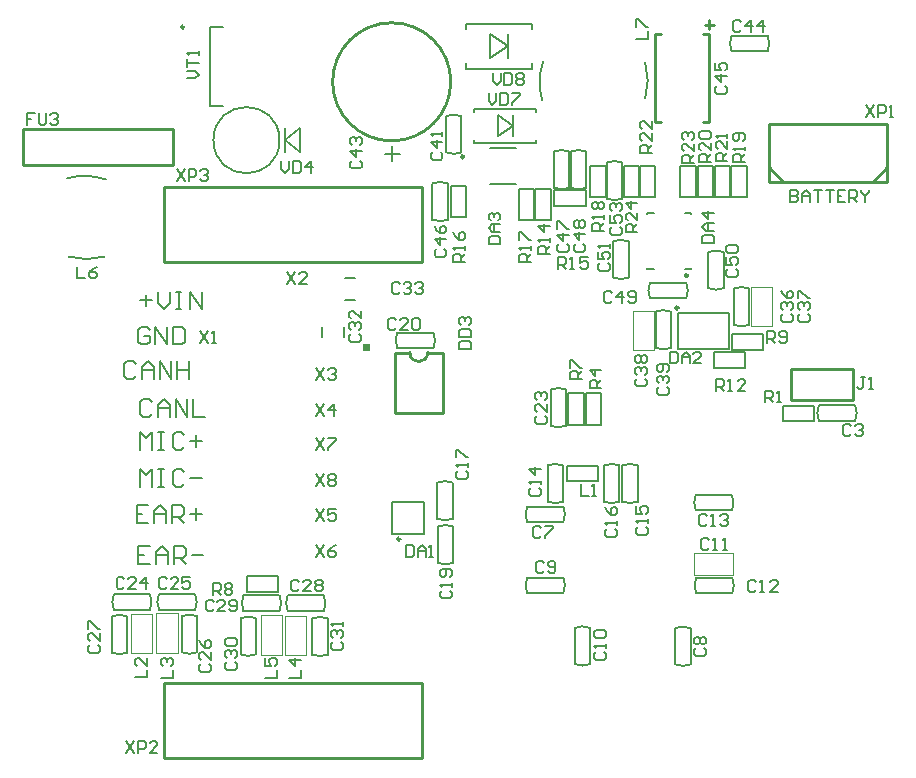
<source format=gto>
G04 Layer_Color=65535*
%FSLAX24Y24*%
%MOIN*%
G70*
G01*
G75*
%ADD10C,0.0079*%
%ADD42C,0.0098*%
%ADD90C,0.0070*%
%ADD91C,0.0100*%
%ADD92C,0.0071*%
%ADD93C,0.0067*%
%ADD94C,0.0050*%
%ADD95C,0.0039*%
G36*
X40512Y34419D02*
X40262D01*
Y34669D01*
X40512D01*
Y34419D01*
D02*
G37*
D10*
X41240Y28337D02*
X42303D01*
X41240D02*
Y29400D01*
X42303Y28337D02*
Y29400D01*
X41240D02*
X42303D01*
X41240Y40768D02*
Y41260D01*
X41004Y41004D02*
X41496D01*
X43701Y43838D02*
X45906D01*
X43701Y45335D02*
X45906D01*
X43701Y43838D02*
Y44026D01*
Y45148D02*
Y45335D01*
X45906Y43838D02*
Y44026D01*
Y45148D02*
Y45335D01*
X50984Y39016D02*
X51201D01*
Y38996D02*
Y39016D01*
X50984Y37165D02*
X51201D01*
Y37185D01*
X49744Y39016D02*
X49961D01*
X49744Y38996D02*
Y39016D01*
Y37165D02*
X49961D01*
X49744D02*
Y37185D01*
X35148Y42587D02*
X35581D01*
X35148Y45224D02*
X35581D01*
X35148Y42587D02*
Y45224D01*
X44488Y40010D02*
X45354D01*
X44488Y41191D02*
X45354D01*
X43957Y41358D02*
Y41467D01*
Y42392D02*
Y42500D01*
X46043Y41358D02*
Y41467D01*
Y42392D02*
Y42500D01*
X43957Y41358D02*
X46043D01*
X43957Y42500D02*
X46043D01*
X41693Y27953D02*
Y27559D01*
X41890D01*
X41955Y27625D01*
Y27887D01*
X41890Y27953D01*
X41693D01*
X42086Y27559D02*
Y27821D01*
X42218Y27953D01*
X42349Y27821D01*
Y27559D01*
Y27756D01*
X42086D01*
X42480Y27559D02*
X42611D01*
X42546D01*
Y27953D01*
X42480Y27887D01*
X34390Y43512D02*
X34652D01*
X34783Y43643D01*
X34652Y43774D01*
X34390D01*
Y43905D02*
Y44168D01*
Y44037D01*
X34783D01*
Y44299D02*
Y44430D01*
Y44365D01*
X34390D01*
X34455Y44299D01*
X34055Y40492D02*
X34318Y40098D01*
Y40492D02*
X34055Y40098D01*
X34449D02*
Y40492D01*
X34645D01*
X34711Y40426D01*
Y40295D01*
X34645Y40230D01*
X34449D01*
X34842Y40426D02*
X34908Y40492D01*
X35039D01*
X35105Y40426D01*
Y40361D01*
X35039Y40295D01*
X34973D01*
X35039D01*
X35105Y40230D01*
Y40164D01*
X35039Y40098D01*
X34908D01*
X34842Y40164D01*
X32362Y21417D02*
X32625Y21024D01*
Y21417D02*
X32362Y21024D01*
X32756D02*
Y21417D01*
X32953D01*
X33018Y21352D01*
Y21220D01*
X32953Y21155D01*
X32756D01*
X33412Y21024D02*
X33149D01*
X33412Y21286D01*
Y21352D01*
X33346Y21417D01*
X33215D01*
X33149Y21352D01*
X57028Y42628D02*
X57290Y42234D01*
Y42628D02*
X57028Y42234D01*
X57421D02*
Y42628D01*
X57618D01*
X57684Y42562D01*
Y42431D01*
X57618Y42365D01*
X57421D01*
X57815Y42234D02*
X57946D01*
X57880D01*
Y42628D01*
X57815Y42562D01*
X38701Y30326D02*
X38963Y29932D01*
Y30326D02*
X38701Y29932D01*
X39094Y30260D02*
X39160Y30326D01*
X39291D01*
X39357Y30260D01*
Y30195D01*
X39291Y30129D01*
X39357Y30063D01*
Y29998D01*
X39291Y29932D01*
X39160D01*
X39094Y29998D01*
Y30063D01*
X39160Y30129D01*
X39094Y30195D01*
Y30260D01*
X39160Y30129D02*
X39291D01*
X38701Y31536D02*
X38963Y31143D01*
Y31536D02*
X38701Y31143D01*
X39094Y31536D02*
X39357D01*
Y31471D01*
X39094Y31209D01*
Y31143D01*
X38701Y27954D02*
X38963Y27560D01*
Y27954D02*
X38701Y27560D01*
X39357Y27954D02*
X39226Y27888D01*
X39094Y27757D01*
Y27626D01*
X39160Y27560D01*
X39291D01*
X39357Y27626D01*
Y27691D01*
X39291Y27757D01*
X39094D01*
X38701Y29164D02*
X38963Y28771D01*
Y29164D02*
X38701Y28771D01*
X39357Y29164D02*
X39094D01*
Y28968D01*
X39226Y29033D01*
X39291D01*
X39357Y28968D01*
Y28836D01*
X39291Y28771D01*
X39160D01*
X39094Y28836D01*
X38701Y32657D02*
X38963Y32264D01*
Y32657D02*
X38701Y32264D01*
X39291D02*
Y32657D01*
X39094Y32461D01*
X39357D01*
X38701Y33858D02*
X38963Y33465D01*
Y33858D02*
X38701Y33465D01*
X39094Y33793D02*
X39160Y33858D01*
X39291D01*
X39357Y33793D01*
Y33727D01*
X39291Y33661D01*
X39226D01*
X39291D01*
X39357Y33596D01*
Y33530D01*
X39291Y33465D01*
X39160D01*
X39094Y33530D01*
X37736Y37067D02*
X37999Y36673D01*
Y37067D02*
X37736Y36673D01*
X38392D02*
X38130D01*
X38392Y36936D01*
Y37001D01*
X38327Y37067D01*
X38195D01*
X38130Y37001D01*
X34843Y35079D02*
X35105Y34685D01*
Y35079D02*
X34843Y34685D01*
X35236D02*
X35367D01*
X35302D01*
Y35079D01*
X35236Y35013D01*
X44587Y43701D02*
Y43438D01*
X44718Y43307D01*
X44849Y43438D01*
Y43701D01*
X44980D02*
Y43307D01*
X45177D01*
X45242Y43373D01*
Y43635D01*
X45177Y43701D01*
X44980D01*
X45374Y43635D02*
X45439Y43701D01*
X45570D01*
X45636Y43635D01*
Y43569D01*
X45570Y43504D01*
X45636Y43438D01*
Y43373D01*
X45570Y43307D01*
X45439D01*
X45374Y43373D01*
Y43438D01*
X45439Y43504D01*
X45374Y43569D01*
Y43635D01*
X45439Y43504D02*
X45570D01*
X44449Y43031D02*
Y42769D01*
X44580Y42638D01*
X44711Y42769D01*
Y43031D01*
X44842D02*
Y42638D01*
X45039D01*
X45105Y42703D01*
Y42966D01*
X45039Y43031D01*
X44842D01*
X45236D02*
X45498D01*
Y42966D01*
X45236Y42703D01*
Y42638D01*
X37539Y40748D02*
Y40486D01*
X37671Y40354D01*
X37802Y40486D01*
Y40748D01*
X37933D02*
Y40354D01*
X38130D01*
X38195Y40420D01*
Y40682D01*
X38130Y40748D01*
X37933D01*
X38523Y40354D02*
Y40748D01*
X38327Y40551D01*
X38589D01*
X49409Y38386D02*
X49016D01*
Y38583D01*
X49081Y38648D01*
X49213D01*
X49278Y38583D01*
Y38386D01*
Y38517D02*
X49409Y38648D01*
Y39042D02*
Y38779D01*
X49147Y39042D01*
X49081D01*
X49016Y38976D01*
Y38845D01*
X49081Y38779D01*
X49409Y39370D02*
X49016D01*
X49213Y39173D01*
Y39435D01*
X51299Y40689D02*
X50906D01*
Y40886D01*
X50971Y40951D01*
X51102D01*
X51168Y40886D01*
Y40689D01*
Y40820D02*
X51299Y40951D01*
Y41345D02*
Y41082D01*
X51037Y41345D01*
X50971D01*
X50906Y41279D01*
Y41148D01*
X50971Y41082D01*
Y41476D02*
X50906Y41542D01*
Y41673D01*
X50971Y41738D01*
X51037D01*
X51102Y41673D01*
Y41607D01*
Y41673D01*
X51168Y41738D01*
X51234D01*
X51299Y41673D01*
Y41542D01*
X51234Y41476D01*
X49882Y41043D02*
X49488D01*
Y41240D01*
X49554Y41306D01*
X49685D01*
X49751Y41240D01*
Y41043D01*
Y41174D02*
X49882Y41306D01*
Y41699D02*
Y41437D01*
X49620Y41699D01*
X49554D01*
X49488Y41634D01*
Y41502D01*
X49554Y41437D01*
X49882Y42093D02*
Y41830D01*
X49620Y42093D01*
X49554D01*
X49488Y42027D01*
Y41896D01*
X49554Y41830D01*
X52411Y40758D02*
X52018D01*
Y40954D01*
X52083Y41020D01*
X52215D01*
X52280Y40954D01*
Y40758D01*
Y40889D02*
X52411Y41020D01*
Y41414D02*
Y41151D01*
X52149Y41414D01*
X52083D01*
X52018Y41348D01*
Y41217D01*
X52083Y41151D01*
X52411Y41545D02*
Y41676D01*
Y41610D01*
X52018D01*
X52083Y41545D01*
X51860Y40718D02*
X51467D01*
Y40915D01*
X51532Y40981D01*
X51663D01*
X51729Y40915D01*
Y40718D01*
Y40849D02*
X51860Y40981D01*
Y41374D02*
Y41112D01*
X51598Y41374D01*
X51532D01*
X51467Y41309D01*
Y41177D01*
X51532Y41112D01*
Y41505D02*
X51467Y41571D01*
Y41702D01*
X51532Y41768D01*
X51795D01*
X51860Y41702D01*
Y41571D01*
X51795Y41505D01*
X51532D01*
X52982Y40718D02*
X52589D01*
Y40915D01*
X52654Y40981D01*
X52786D01*
X52851Y40915D01*
Y40718D01*
Y40849D02*
X52982Y40981D01*
Y41112D02*
Y41243D01*
Y41177D01*
X52589D01*
X52654Y41112D01*
X52917Y41440D02*
X52982Y41505D01*
Y41637D01*
X52917Y41702D01*
X52654D01*
X52589Y41637D01*
Y41505D01*
X52654Y41440D01*
X52720D01*
X52786Y41505D01*
Y41702D01*
X48307Y38425D02*
X47913D01*
Y38622D01*
X47979Y38688D01*
X48110D01*
X48176Y38622D01*
Y38425D01*
Y38556D02*
X48307Y38688D01*
Y38819D02*
Y38950D01*
Y38884D01*
X47913D01*
X47979Y38819D01*
Y39147D02*
X47913Y39212D01*
Y39344D01*
X47979Y39409D01*
X48045D01*
X48110Y39344D01*
X48176Y39409D01*
X48241D01*
X48307Y39344D01*
Y39212D01*
X48241Y39147D01*
X48176D01*
X48110Y39212D01*
X48045Y39147D01*
X47979D01*
X48110Y39212D02*
Y39344D01*
X45866Y37402D02*
X45473D01*
Y37598D01*
X45538Y37664D01*
X45669D01*
X45735Y37598D01*
Y37402D01*
Y37533D02*
X45866Y37664D01*
Y37795D02*
Y37926D01*
Y37861D01*
X45473D01*
X45538Y37795D01*
X45473Y38123D02*
Y38386D01*
X45538D01*
X45801Y38123D01*
X45866D01*
X43661Y37402D02*
X43268D01*
Y37598D01*
X43333Y37664D01*
X43465D01*
X43530Y37598D01*
Y37402D01*
Y37533D02*
X43661Y37664D01*
Y37795D02*
Y37926D01*
Y37861D01*
X43268D01*
X43333Y37795D01*
X43268Y38386D02*
X43333Y38254D01*
X43465Y38123D01*
X43596D01*
X43661Y38189D01*
Y38320D01*
X43596Y38386D01*
X43530D01*
X43465Y38320D01*
Y38123D01*
X46772Y37165D02*
Y37559D01*
X46968D01*
X47034Y37493D01*
Y37362D01*
X46968Y37297D01*
X46772D01*
X46903D02*
X47034Y37165D01*
X47165D02*
X47296D01*
X47231D01*
Y37559D01*
X47165Y37493D01*
X47756Y37559D02*
X47493D01*
Y37362D01*
X47624Y37428D01*
X47690D01*
X47756Y37362D01*
Y37231D01*
X47690Y37165D01*
X47559D01*
X47493Y37231D01*
X46496Y37677D02*
X46102D01*
Y37874D01*
X46168Y37940D01*
X46299D01*
X46365Y37874D01*
Y37677D01*
Y37808D02*
X46496Y37940D01*
Y38071D02*
Y38202D01*
Y38136D01*
X46102D01*
X46168Y38071D01*
X46496Y38595D02*
X46102D01*
X46299Y38399D01*
Y38661D01*
X52027Y33110D02*
Y33504D01*
X52224D01*
X52290Y33438D01*
Y33307D01*
X52224Y33241D01*
X52027D01*
X52159D02*
X52290Y33110D01*
X52421D02*
X52552D01*
X52487D01*
Y33504D01*
X52421Y33438D01*
X53011Y33110D02*
X52749D01*
X53011Y33373D01*
Y33438D01*
X52946Y33504D01*
X52815D01*
X52749Y33438D01*
X53740Y34685D02*
Y35079D01*
X53937D01*
X54003Y35013D01*
Y34882D01*
X53937Y34816D01*
X53740D01*
X53871D02*
X54003Y34685D01*
X54134Y34751D02*
X54199Y34685D01*
X54331D01*
X54396Y34751D01*
Y35013D01*
X54331Y35079D01*
X54199D01*
X54134Y35013D01*
Y34947D01*
X54199Y34882D01*
X54396D01*
X35256Y26299D02*
Y26693D01*
X35453D01*
X35518Y26627D01*
Y26496D01*
X35453Y26430D01*
X35256D01*
X35387D02*
X35518Y26299D01*
X35649Y26627D02*
X35715Y26693D01*
X35846D01*
X35912Y26627D01*
Y26562D01*
X35846Y26496D01*
X35912Y26430D01*
Y26365D01*
X35846Y26299D01*
X35715D01*
X35649Y26365D01*
Y26430D01*
X35715Y26496D01*
X35649Y26562D01*
Y26627D01*
X35715Y26496D02*
X35846D01*
X47559Y33484D02*
X47165D01*
Y33681D01*
X47231Y33747D01*
X47362D01*
X47428Y33681D01*
Y33484D01*
Y33615D02*
X47559Y33747D01*
X47165Y33878D02*
Y34140D01*
X47231D01*
X47493Y33878D01*
X47559D01*
X48209Y33189D02*
X47815D01*
Y33386D01*
X47881Y33451D01*
X48012D01*
X48078Y33386D01*
Y33189D01*
Y33320D02*
X48209Y33451D01*
Y33779D02*
X47815D01*
X48012Y33582D01*
Y33845D01*
X53661Y32717D02*
Y33110D01*
X53858D01*
X53924Y33045D01*
Y32913D01*
X53858Y32848D01*
X53661D01*
X53793D02*
X53924Y32717D01*
X54055D02*
X54186D01*
X54121D01*
Y33110D01*
X54055Y33045D01*
X49370Y44823D02*
X49764D01*
Y45085D01*
X49370Y45216D02*
Y45479D01*
X49436D01*
X49698Y45216D01*
X49764D01*
X30737Y37244D02*
Y36850D01*
X30999D01*
X31393Y37244D02*
X31262Y37178D01*
X31131Y37047D01*
Y36916D01*
X31196Y36850D01*
X31327D01*
X31393Y36916D01*
Y36982D01*
X31327Y37047D01*
X31131D01*
X37008Y23543D02*
X37402D01*
Y23806D01*
X37008Y24199D02*
Y23937D01*
X37205D01*
X37139Y24068D01*
Y24134D01*
X37205Y24199D01*
X37336D01*
X37402Y24134D01*
Y24002D01*
X37336Y23937D01*
X37795Y23543D02*
X38189D01*
Y23806D01*
Y24134D02*
X37795D01*
X37992Y23937D01*
Y24199D01*
X33543Y23543D02*
X33937D01*
Y23806D01*
X33609Y23937D02*
X33543Y24002D01*
Y24134D01*
X33609Y24199D01*
X33675D01*
X33740Y24134D01*
Y24068D01*
Y24134D01*
X33806Y24199D01*
X33871D01*
X33937Y24134D01*
Y24002D01*
X33871Y23937D01*
X32677Y23547D02*
X33071D01*
Y23810D01*
Y24203D02*
Y23941D01*
X32808Y24203D01*
X32743D01*
X32677Y24138D01*
Y24007D01*
X32743Y23941D01*
X47520Y29980D02*
Y29587D01*
X47782D01*
X47913D02*
X48045D01*
X47979D01*
Y29980D01*
X47913Y29915D01*
X56995Y33563D02*
X56863D01*
X56929D01*
Y33235D01*
X56863Y33169D01*
X56798D01*
X56732Y33235D01*
X57126Y33169D02*
X57257D01*
X57191D01*
Y33563D01*
X57126Y33497D01*
X29318Y42362D02*
X29055D01*
Y42165D01*
X29186D01*
X29055D01*
Y41968D01*
X29449Y42362D02*
Y42034D01*
X29514Y41968D01*
X29645D01*
X29711Y42034D01*
Y42362D01*
X29842Y42296D02*
X29908Y42362D01*
X30039D01*
X30105Y42296D01*
Y42231D01*
X30039Y42165D01*
X29973D01*
X30039D01*
X30105Y42100D01*
Y42034D01*
X30039Y41968D01*
X29908D01*
X29842Y42034D01*
X43465Y34508D02*
X43858D01*
Y34705D01*
X43793Y34770D01*
X43530D01*
X43465Y34705D01*
Y34508D01*
Y34901D02*
X43858D01*
Y35098D01*
X43793Y35164D01*
X43530D01*
X43465Y35098D01*
Y34901D01*
X43530Y35295D02*
X43465Y35361D01*
Y35492D01*
X43530Y35557D01*
X43596D01*
X43661Y35492D01*
Y35426D01*
Y35492D01*
X43727Y35557D01*
X43793D01*
X43858Y35492D01*
Y35361D01*
X43793Y35295D01*
X51558Y38031D02*
X51951D01*
Y38228D01*
X51886Y38294D01*
X51624D01*
X51558Y38228D01*
Y38031D01*
X51951Y38425D02*
X51689D01*
X51558Y38556D01*
X51689Y38687D01*
X51951D01*
X51755D01*
Y38425D01*
X51951Y39015D02*
X51558D01*
X51755Y38819D01*
Y39081D01*
X44449Y37992D02*
X44843D01*
Y38189D01*
X44777Y38255D01*
X44515D01*
X44449Y38189D01*
Y37992D01*
X44843Y38386D02*
X44580D01*
X44449Y38517D01*
X44580Y38648D01*
X44843D01*
X44646D01*
Y38386D01*
X44515Y38779D02*
X44449Y38845D01*
Y38976D01*
X44515Y39042D01*
X44580D01*
X44646Y38976D01*
Y38910D01*
Y38976D01*
X44711Y39042D01*
X44777D01*
X44843Y38976D01*
Y38845D01*
X44777Y38779D01*
X50492Y34409D02*
Y34016D01*
X50689D01*
X50754Y34081D01*
Y34344D01*
X50689Y34409D01*
X50492D01*
X50886Y34016D02*
Y34278D01*
X51017Y34409D01*
X51148Y34278D01*
Y34016D01*
Y34213D01*
X50886D01*
X51542Y34016D02*
X51279D01*
X51542Y34278D01*
Y34344D01*
X51476Y34409D01*
X51345D01*
X51279Y34344D01*
X48570Y38569D02*
X48504Y38504D01*
Y38373D01*
X48570Y38307D01*
X48832D01*
X48898Y38373D01*
Y38504D01*
X48832Y38569D01*
X48504Y38963D02*
Y38701D01*
X48701D01*
X48635Y38832D01*
Y38897D01*
X48701Y38963D01*
X48832D01*
X48898Y38897D01*
Y38766D01*
X48832Y38701D01*
X48570Y39094D02*
X48504Y39160D01*
Y39291D01*
X48570Y39357D01*
X48635D01*
X48701Y39291D01*
Y39225D01*
Y39291D01*
X48766Y39357D01*
X48832D01*
X48898Y39291D01*
Y39160D01*
X48832Y39094D01*
X48156Y37349D02*
X48091Y37283D01*
Y37152D01*
X48156Y37087D01*
X48419D01*
X48484Y37152D01*
Y37283D01*
X48419Y37349D01*
X48091Y37743D02*
Y37480D01*
X48287D01*
X48222Y37611D01*
Y37677D01*
X48287Y37743D01*
X48419D01*
X48484Y37677D01*
Y37546D01*
X48419Y37480D01*
X48484Y37874D02*
Y38005D01*
Y37939D01*
X48091D01*
X48156Y37874D01*
X52428Y37172D02*
X52362Y37106D01*
Y36975D01*
X52428Y36909D01*
X52690D01*
X52756Y36975D01*
Y37106D01*
X52690Y37172D01*
X52362Y37565D02*
Y37303D01*
X52559D01*
X52494Y37434D01*
Y37500D01*
X52559Y37565D01*
X52690D01*
X52756Y37500D01*
Y37369D01*
X52690Y37303D01*
X52428Y37697D02*
X52362Y37762D01*
Y37893D01*
X52428Y37959D01*
X52690D01*
X52756Y37893D01*
Y37762D01*
X52690Y37697D01*
X52428D01*
X48569Y36352D02*
X48504Y36417D01*
X48373D01*
X48307Y36352D01*
Y36089D01*
X48373Y36024D01*
X48504D01*
X48569Y36089D01*
X48897Y36024D02*
Y36417D01*
X48701Y36220D01*
X48963D01*
X49094Y36089D02*
X49160Y36024D01*
X49291D01*
X49357Y36089D01*
Y36352D01*
X49291Y36417D01*
X49160D01*
X49094Y36352D01*
Y36286D01*
X49160Y36220D01*
X49357D01*
X47349Y37999D02*
X47284Y37933D01*
Y37802D01*
X47349Y37736D01*
X47612D01*
X47677Y37802D01*
Y37933D01*
X47612Y37999D01*
X47677Y38327D02*
X47284D01*
X47480Y38130D01*
Y38392D01*
X47349Y38523D02*
X47284Y38589D01*
Y38720D01*
X47349Y38786D01*
X47415D01*
X47480Y38720D01*
X47546Y38786D01*
X47612D01*
X47677Y38720D01*
Y38589D01*
X47612Y38523D01*
X47546D01*
X47480Y38589D01*
X47415Y38523D01*
X47349D01*
X47480Y38589D02*
Y38720D01*
X46798Y37979D02*
X46732Y37913D01*
Y37782D01*
X46798Y37717D01*
X47060D01*
X47126Y37782D01*
Y37913D01*
X47060Y37979D01*
X47126Y38307D02*
X46732D01*
X46929Y38110D01*
Y38372D01*
X46732Y38504D02*
Y38766D01*
X46798D01*
X47060Y38504D01*
X47126D01*
X42713Y37821D02*
X42648Y37756D01*
Y37625D01*
X42713Y37559D01*
X42976D01*
X43041Y37625D01*
Y37756D01*
X42976Y37821D01*
X43041Y38149D02*
X42648D01*
X42845Y37953D01*
Y38215D01*
X42648Y38609D02*
X42713Y38477D01*
X42845Y38346D01*
X42976D01*
X43041Y38412D01*
Y38543D01*
X42976Y38609D01*
X42910D01*
X42845Y38543D01*
Y38346D01*
X52861Y45387D02*
X52795Y45453D01*
X52664D01*
X52598Y45387D01*
Y45125D01*
X52664Y45059D01*
X52795D01*
X52861Y45125D01*
X53189Y45059D02*
Y45453D01*
X52992Y45256D01*
X53254D01*
X53582Y45059D02*
Y45453D01*
X53386Y45256D01*
X53648D01*
X39888Y40774D02*
X39823Y40709D01*
Y40577D01*
X39888Y40512D01*
X40151D01*
X40216Y40577D01*
Y40709D01*
X40151Y40774D01*
X40216Y41102D02*
X39823D01*
X40020Y40905D01*
Y41168D01*
X39888Y41299D02*
X39823Y41365D01*
Y41496D01*
X39888Y41561D01*
X39954D01*
X40020Y41496D01*
Y41430D01*
Y41496D01*
X40085Y41561D01*
X40151D01*
X40216Y41496D01*
Y41365D01*
X40151Y41299D01*
X42585Y41069D02*
X42520Y41004D01*
Y40873D01*
X42585Y40807D01*
X42848D01*
X42913Y40873D01*
Y41004D01*
X42848Y41069D01*
X42913Y41397D02*
X42520D01*
X42717Y41201D01*
Y41463D01*
X42913Y41594D02*
Y41725D01*
Y41660D01*
X42520D01*
X42585Y41594D01*
X50144Y33215D02*
X50079Y33150D01*
Y33018D01*
X50144Y32953D01*
X50407D01*
X50472Y33018D01*
Y33150D01*
X50407Y33215D01*
X50144Y33346D02*
X50079Y33412D01*
Y33543D01*
X50144Y33609D01*
X50210D01*
X50276Y33543D01*
Y33478D01*
Y33543D01*
X50341Y33609D01*
X50407D01*
X50472Y33543D01*
Y33412D01*
X50407Y33346D01*
Y33740D02*
X50472Y33805D01*
Y33937D01*
X50407Y34002D01*
X50144D01*
X50079Y33937D01*
Y33805D01*
X50144Y33740D01*
X50210D01*
X50276Y33805D01*
Y34002D01*
X49396Y33510D02*
X49331Y33445D01*
Y33314D01*
X49396Y33248D01*
X49659D01*
X49724Y33314D01*
Y33445D01*
X49659Y33510D01*
X49396Y33642D02*
X49331Y33707D01*
Y33838D01*
X49396Y33904D01*
X49462D01*
X49528Y33838D01*
Y33773D01*
Y33838D01*
X49593Y33904D01*
X49659D01*
X49724Y33838D01*
Y33707D01*
X49659Y33642D01*
X49396Y34035D02*
X49331Y34101D01*
Y34232D01*
X49396Y34297D01*
X49462D01*
X49528Y34232D01*
X49593Y34297D01*
X49659D01*
X49724Y34232D01*
Y34101D01*
X49659Y34035D01*
X49593D01*
X49528Y34101D01*
X49462Y34035D01*
X49396D01*
X49528Y34101D02*
Y34232D01*
X54278Y35656D02*
X54213Y35590D01*
Y35459D01*
X54278Y35394D01*
X54541D01*
X54606Y35459D01*
Y35590D01*
X54541Y35656D01*
X54278Y35787D02*
X54213Y35853D01*
Y35984D01*
X54278Y36050D01*
X54344D01*
X54410Y35984D01*
Y35918D01*
Y35984D01*
X54475Y36050D01*
X54541D01*
X54606Y35984D01*
Y35853D01*
X54541Y35787D01*
X54213Y36443D02*
X54278Y36312D01*
X54410Y36181D01*
X54541D01*
X54606Y36246D01*
Y36378D01*
X54541Y36443D01*
X54475D01*
X54410Y36378D01*
Y36181D01*
X41483Y36647D02*
X41417Y36712D01*
X41286D01*
X41220Y36647D01*
Y36384D01*
X41286Y36319D01*
X41417D01*
X41483Y36384D01*
X41614Y36647D02*
X41680Y36712D01*
X41811D01*
X41876Y36647D01*
Y36581D01*
X41811Y36516D01*
X41745D01*
X41811D01*
X41876Y36450D01*
Y36384D01*
X41811Y36319D01*
X41680D01*
X41614Y36384D01*
X42008Y36647D02*
X42073Y36712D01*
X42204D01*
X42270Y36647D01*
Y36581D01*
X42204Y36516D01*
X42139D01*
X42204D01*
X42270Y36450D01*
Y36384D01*
X42204Y36319D01*
X42073D01*
X42008Y36384D01*
X39859Y34987D02*
X39793Y34921D01*
Y34790D01*
X39859Y34724D01*
X40121D01*
X40187Y34790D01*
Y34921D01*
X40121Y34987D01*
X39859Y35118D02*
X39793Y35184D01*
Y35315D01*
X39859Y35380D01*
X39925D01*
X39990Y35315D01*
Y35249D01*
Y35315D01*
X40056Y35380D01*
X40121D01*
X40187Y35315D01*
Y35184D01*
X40121Y35118D01*
X40187Y35774D02*
Y35512D01*
X39925Y35774D01*
X39859D01*
X39793Y35708D01*
Y35577D01*
X39859Y35512D01*
X39278Y24731D02*
X39213Y24665D01*
Y24534D01*
X39278Y24469D01*
X39541D01*
X39606Y24534D01*
Y24665D01*
X39541Y24731D01*
X39278Y24862D02*
X39213Y24928D01*
Y25059D01*
X39278Y25124D01*
X39344D01*
X39410Y25059D01*
Y24993D01*
Y25059D01*
X39475Y25124D01*
X39541D01*
X39606Y25059D01*
Y24928D01*
X39541Y24862D01*
X39606Y25256D02*
Y25387D01*
Y25321D01*
X39213D01*
X39278Y25256D01*
X35729Y24062D02*
X35663Y23996D01*
Y23865D01*
X35729Y23799D01*
X35991D01*
X36057Y23865D01*
Y23996D01*
X35991Y24062D01*
X35729Y24193D02*
X35663Y24258D01*
Y24390D01*
X35729Y24455D01*
X35795D01*
X35860Y24390D01*
Y24324D01*
Y24390D01*
X35926Y24455D01*
X35991D01*
X36057Y24390D01*
Y24258D01*
X35991Y24193D01*
X35729Y24586D02*
X35663Y24652D01*
Y24783D01*
X35729Y24849D01*
X35991D01*
X36057Y24783D01*
Y24652D01*
X35991Y24586D01*
X35729D01*
X35282Y26076D02*
X35216Y26142D01*
X35085D01*
X35020Y26076D01*
Y25814D01*
X35085Y25748D01*
X35216D01*
X35282Y25814D01*
X35676Y25748D02*
X35413D01*
X35676Y26010D01*
Y26076D01*
X35610Y26142D01*
X35479D01*
X35413Y26076D01*
X35807Y25814D02*
X35872Y25748D01*
X36004D01*
X36069Y25814D01*
Y26076D01*
X36004Y26142D01*
X35872D01*
X35807Y26076D01*
Y26010D01*
X35872Y25945D01*
X36069D01*
X38127Y26745D02*
X38061Y26811D01*
X37930D01*
X37864Y26745D01*
Y26483D01*
X37930Y26417D01*
X38061D01*
X38127Y26483D01*
X38520Y26417D02*
X38258D01*
X38520Y26680D01*
Y26745D01*
X38455Y26811D01*
X38323D01*
X38258Y26745D01*
X38651D02*
X38717Y26811D01*
X38848D01*
X38914Y26745D01*
Y26680D01*
X38848Y26614D01*
X38914Y26549D01*
Y26483D01*
X38848Y26417D01*
X38717D01*
X38651Y26483D01*
Y26549D01*
X38717Y26614D01*
X38651Y26680D01*
Y26745D01*
X38717Y26614D02*
X38848D01*
X31168Y24632D02*
X31102Y24567D01*
Y24436D01*
X31168Y24370D01*
X31430D01*
X31496Y24436D01*
Y24567D01*
X31430Y24632D01*
X31496Y25026D02*
Y24764D01*
X31234Y25026D01*
X31168D01*
X31102Y24960D01*
Y24829D01*
X31168Y24764D01*
X31102Y25157D02*
Y25420D01*
X31168D01*
X31430Y25157D01*
X31496D01*
X34869Y24003D02*
X34803Y23937D01*
Y23806D01*
X34869Y23740D01*
X35131D01*
X35197Y23806D01*
Y23937D01*
X35131Y24003D01*
X35197Y24396D02*
Y24134D01*
X34934Y24396D01*
X34869D01*
X34803Y24331D01*
Y24199D01*
X34869Y24134D01*
X34803Y24790D02*
X34869Y24659D01*
X35000Y24527D01*
X35131D01*
X35197Y24593D01*
Y24724D01*
X35131Y24790D01*
X35066D01*
X35000Y24724D01*
Y24527D01*
X33718Y26824D02*
X33653Y26890D01*
X33521D01*
X33456Y26824D01*
Y26562D01*
X33521Y26496D01*
X33653D01*
X33718Y26562D01*
X34112Y26496D02*
X33849D01*
X34112Y26758D01*
Y26824D01*
X34046Y26890D01*
X33915D01*
X33849Y26824D01*
X34505Y26890D02*
X34243D01*
Y26693D01*
X34374Y26758D01*
X34440D01*
X34505Y26693D01*
Y26562D01*
X34440Y26496D01*
X34309D01*
X34243Y26562D01*
X32310Y26824D02*
X32244Y26890D01*
X32113D01*
X32047Y26824D01*
Y26562D01*
X32113Y26496D01*
X32244D01*
X32310Y26562D01*
X32703Y26496D02*
X32441D01*
X32703Y26758D01*
Y26824D01*
X32638Y26890D01*
X32506D01*
X32441Y26824D01*
X33031Y26496D02*
Y26890D01*
X32834Y26693D01*
X33097D01*
X46070Y32270D02*
X46004Y32205D01*
Y32073D01*
X46070Y32008D01*
X46332D01*
X46398Y32073D01*
Y32205D01*
X46332Y32270D01*
X46398Y32664D02*
Y32401D01*
X46135Y32664D01*
X46070D01*
X46004Y32598D01*
Y32467D01*
X46070Y32401D01*
Y32795D02*
X46004Y32861D01*
Y32992D01*
X46070Y33057D01*
X46135D01*
X46201Y32992D01*
Y32926D01*
Y32992D01*
X46267Y33057D01*
X46332D01*
X46398Y32992D01*
Y32861D01*
X46332Y32795D01*
X41365Y35466D02*
X41299Y35531D01*
X41168D01*
X41102Y35466D01*
Y35203D01*
X41168Y35138D01*
X41299D01*
X41365Y35203D01*
X41758Y35138D02*
X41496D01*
X41758Y35400D01*
Y35466D01*
X41693Y35531D01*
X41562D01*
X41496Y35466D01*
X41890D02*
X41955Y35531D01*
X42086D01*
X42152Y35466D01*
Y35203D01*
X42086Y35138D01*
X41955D01*
X41890Y35203D01*
Y35466D01*
X42900Y26443D02*
X42835Y26378D01*
Y26247D01*
X42900Y26181D01*
X43163D01*
X43228Y26247D01*
Y26378D01*
X43163Y26443D01*
X43228Y26575D02*
Y26706D01*
Y26640D01*
X42835D01*
X42900Y26575D01*
X43163Y26903D02*
X43228Y26968D01*
Y27099D01*
X43163Y27165D01*
X42900D01*
X42835Y27099D01*
Y26968D01*
X42900Y26903D01*
X42966D01*
X43032Y26968D01*
Y27165D01*
X43432Y30420D02*
X43366Y30354D01*
Y30223D01*
X43432Y30157D01*
X43694D01*
X43760Y30223D01*
Y30354D01*
X43694Y30420D01*
X43760Y30551D02*
Y30682D01*
Y30617D01*
X43366D01*
X43432Y30551D01*
X43366Y30879D02*
Y31141D01*
X43432D01*
X43694Y30879D01*
X43760D01*
X48392Y28491D02*
X48327Y28425D01*
Y28294D01*
X48392Y28228D01*
X48655D01*
X48720Y28294D01*
Y28425D01*
X48655Y28491D01*
X48720Y28622D02*
Y28753D01*
Y28688D01*
X48327D01*
X48392Y28622D01*
X48327Y29212D02*
X48392Y29081D01*
X48524Y28950D01*
X48655D01*
X48720Y29015D01*
Y29147D01*
X48655Y29212D01*
X48589D01*
X48524Y29147D01*
Y28950D01*
X49436Y28550D02*
X49370Y28484D01*
Y28353D01*
X49436Y28287D01*
X49698D01*
X49764Y28353D01*
Y28484D01*
X49698Y28550D01*
X49764Y28681D02*
Y28812D01*
Y28747D01*
X49370D01*
X49436Y28681D01*
X49370Y29271D02*
Y29009D01*
X49567D01*
X49501Y29140D01*
Y29206D01*
X49567Y29271D01*
X49698D01*
X49764Y29206D01*
Y29074D01*
X49698Y29009D01*
X45853Y29849D02*
X45788Y29783D01*
Y29652D01*
X45853Y29587D01*
X46116D01*
X46181Y29652D01*
Y29783D01*
X46116Y29849D01*
X46181Y29980D02*
Y30111D01*
Y30046D01*
X45788D01*
X45853Y29980D01*
X46181Y30505D02*
X45788D01*
X45984Y30308D01*
Y30571D01*
X51719Y28930D02*
X51654Y28996D01*
X51522D01*
X51457Y28930D01*
Y28668D01*
X51522Y28602D01*
X51654D01*
X51719Y28668D01*
X51850Y28602D02*
X51982D01*
X51916D01*
Y28996D01*
X51850Y28930D01*
X52178D02*
X52244Y28996D01*
X52375D01*
X52441Y28930D01*
Y28865D01*
X52375Y28799D01*
X52310D01*
X52375D01*
X52441Y28734D01*
Y28668D01*
X52375Y28602D01*
X52244D01*
X52178Y28668D01*
X53373Y26726D02*
X53307Y26791D01*
X53176D01*
X53110Y26726D01*
Y26463D01*
X53176Y26398D01*
X53307D01*
X53373Y26463D01*
X53504Y26398D02*
X53635D01*
X53569D01*
Y26791D01*
X53504Y26726D01*
X54094Y26398D02*
X53832D01*
X54094Y26660D01*
Y26726D01*
X54029Y26791D01*
X53897D01*
X53832Y26726D01*
X51798Y28123D02*
X51732Y28189D01*
X51601D01*
X51535Y28123D01*
Y27861D01*
X51601Y27795D01*
X51732D01*
X51798Y27861D01*
X51929Y27795D02*
X52060D01*
X51995D01*
Y28189D01*
X51929Y28123D01*
X52257Y27795D02*
X52388D01*
X52323D01*
Y28189D01*
X52257Y28123D01*
X48038Y24396D02*
X47972Y24331D01*
Y24199D01*
X48038Y24134D01*
X48300D01*
X48366Y24199D01*
Y24331D01*
X48300Y24396D01*
X48366Y24527D02*
Y24659D01*
Y24593D01*
X47972D01*
X48038Y24527D01*
Y24855D02*
X47972Y24921D01*
Y25052D01*
X48038Y25118D01*
X48300D01*
X48366Y25052D01*
Y24921D01*
X48300Y24855D01*
X48038D01*
X51365Y24514D02*
X51299Y24449D01*
Y24318D01*
X51365Y24252D01*
X51627D01*
X51693Y24318D01*
Y24449D01*
X51627Y24514D01*
X51365Y24646D02*
X51299Y24711D01*
Y24842D01*
X51365Y24908D01*
X51431D01*
X51496Y24842D01*
X51562Y24908D01*
X51627D01*
X51693Y24842D01*
Y24711D01*
X51627Y24646D01*
X51562D01*
X51496Y24711D01*
X51431Y24646D01*
X51365D01*
X51496Y24711D02*
Y24842D01*
X46207Y28537D02*
X46142Y28602D01*
X46011D01*
X45945Y28537D01*
Y28274D01*
X46011Y28209D01*
X46142D01*
X46207Y28274D01*
X46339Y28602D02*
X46601D01*
Y28537D01*
X46339Y28274D01*
Y28209D01*
X56522Y31922D02*
X56457Y31988D01*
X56325D01*
X56260Y31922D01*
Y31660D01*
X56325Y31594D01*
X56457D01*
X56522Y31660D01*
X56653Y31922D02*
X56719Y31988D01*
X56850D01*
X56916Y31922D01*
Y31857D01*
X56850Y31791D01*
X56785D01*
X56850D01*
X56916Y31726D01*
Y31660D01*
X56850Y31594D01*
X56719D01*
X56653Y31660D01*
X54829Y35656D02*
X54764Y35590D01*
Y35459D01*
X54829Y35394D01*
X55092D01*
X55157Y35459D01*
Y35590D01*
X55092Y35656D01*
X54829Y35787D02*
X54764Y35853D01*
Y35984D01*
X54829Y36050D01*
X54895D01*
X54961Y35984D01*
Y35918D01*
Y35984D01*
X55026Y36050D01*
X55092D01*
X55157Y35984D01*
Y35853D01*
X55092Y35787D01*
X54764Y36181D02*
Y36443D01*
X54829D01*
X55092Y36181D01*
X55157D01*
X52074Y43255D02*
X52008Y43189D01*
Y43058D01*
X52074Y42992D01*
X52336D01*
X52402Y43058D01*
Y43189D01*
X52336Y43255D01*
X52402Y43582D02*
X52008D01*
X52205Y43386D01*
Y43648D01*
X52008Y44042D02*
Y43779D01*
X52205D01*
X52139Y43910D01*
Y43976D01*
X52205Y44042D01*
X52336D01*
X52402Y43976D01*
Y43845D01*
X52336Y43779D01*
X46286Y27356D02*
X46221Y27421D01*
X46089D01*
X46024Y27356D01*
Y27093D01*
X46089Y27028D01*
X46221D01*
X46286Y27093D01*
X46417D02*
X46483Y27028D01*
X46614D01*
X46680Y27093D01*
Y27356D01*
X46614Y27421D01*
X46483D01*
X46417Y27356D01*
Y27290D01*
X46483Y27224D01*
X46680D01*
X32835Y36112D02*
X33228D01*
X33031Y36309D02*
Y35915D01*
X33425Y36407D02*
Y36014D01*
X33622Y35817D01*
X33819Y36014D01*
Y36407D01*
X34015D02*
X34212D01*
X34114D01*
Y35817D01*
X34015D01*
X34212D01*
X34507D02*
Y36407D01*
X34901Y35817D01*
Y36407D01*
X33149Y35138D02*
X33051Y35236D01*
X32854D01*
X32756Y35138D01*
Y34744D01*
X32854Y34646D01*
X33051D01*
X33149Y34744D01*
Y34941D01*
X32953D01*
X33346Y34646D02*
Y35236D01*
X33740Y34646D01*
Y35236D01*
X33937D02*
Y34646D01*
X34232D01*
X34330Y34744D01*
Y35138D01*
X34232Y35236D01*
X33937D01*
X32697Y33996D02*
X32598Y34094D01*
X32401D01*
X32303Y33996D01*
Y33602D01*
X32401Y33504D01*
X32598D01*
X32697Y33602D01*
X32893Y33504D02*
Y33898D01*
X33090Y34094D01*
X33287Y33898D01*
Y33504D01*
Y33799D01*
X32893D01*
X33484Y33504D02*
Y34094D01*
X33877Y33504D01*
Y34094D01*
X34074D02*
Y33504D01*
Y33799D01*
X34468D01*
Y34094D01*
Y33504D01*
X33228Y32736D02*
X33130Y32834D01*
X32933D01*
X32835Y32736D01*
Y32342D01*
X32933Y32244D01*
X33130D01*
X33228Y32342D01*
X33425Y32244D02*
Y32638D01*
X33622Y32834D01*
X33819Y32638D01*
Y32244D01*
Y32539D01*
X33425D01*
X34015Y32244D02*
Y32834D01*
X34409Y32244D01*
Y32834D01*
X34606D02*
Y32244D01*
X34999D01*
X32835Y31132D02*
Y31722D01*
X33031Y31525D01*
X33228Y31722D01*
Y31132D01*
X33425Y31722D02*
X33622D01*
X33523D01*
Y31132D01*
X33425D01*
X33622D01*
X34311Y31624D02*
X34212Y31722D01*
X34015D01*
X33917Y31624D01*
Y31230D01*
X34015Y31132D01*
X34212D01*
X34311Y31230D01*
X34507Y31427D02*
X34901D01*
X34704Y31624D02*
Y31230D01*
X32835Y29911D02*
Y30502D01*
X33031Y30305D01*
X33228Y30502D01*
Y29911D01*
X33425Y30502D02*
X33622D01*
X33523D01*
Y29911D01*
X33425D01*
X33622D01*
X34311Y30403D02*
X34212Y30502D01*
X34015D01*
X33917Y30403D01*
Y30010D01*
X34015Y29911D01*
X34212D01*
X34311Y30010D01*
X34507Y30207D02*
X34901D01*
X33110Y29291D02*
X32717D01*
Y28701D01*
X33110D01*
X32717Y28996D02*
X32913D01*
X33307Y28701D02*
Y29094D01*
X33504Y29291D01*
X33700Y29094D01*
Y28701D01*
Y28996D01*
X33307D01*
X33897Y28701D02*
Y29291D01*
X34192D01*
X34291Y29193D01*
Y28996D01*
X34192Y28898D01*
X33897D01*
X34094D02*
X34291Y28701D01*
X34488Y28996D02*
X34881D01*
X34684Y29193D02*
Y28799D01*
X33169Y27913D02*
X32776D01*
Y27323D01*
X33169D01*
X32776Y27618D02*
X32972D01*
X33366Y27323D02*
Y27716D01*
X33563Y27913D01*
X33759Y27716D01*
Y27323D01*
Y27618D01*
X33366D01*
X33956Y27323D02*
Y27913D01*
X34251D01*
X34350Y27815D01*
Y27618D01*
X34251Y27520D01*
X33956D01*
X34153D02*
X34350Y27323D01*
X34547Y27618D02*
X34940D01*
X54508Y39783D02*
Y39390D01*
X54705D01*
X54770Y39455D01*
Y39521D01*
X54705Y39587D01*
X54508D01*
X54705D01*
X54770Y39652D01*
Y39718D01*
X54705Y39783D01*
X54508D01*
X54901Y39390D02*
Y39652D01*
X55033Y39783D01*
X55164Y39652D01*
Y39390D01*
Y39587D01*
X54901D01*
X55295Y39783D02*
X55557D01*
X55426D01*
Y39390D01*
X55689Y39783D02*
X55951D01*
X55820D01*
Y39390D01*
X56345Y39783D02*
X56082D01*
Y39390D01*
X56345D01*
X56082Y39587D02*
X56213D01*
X56476Y39390D02*
Y39783D01*
X56673D01*
X56738Y39718D01*
Y39587D01*
X56673Y39521D01*
X56476D01*
X56607D02*
X56738Y39390D01*
X56869Y39783D02*
Y39718D01*
X57001Y39587D01*
X57132Y39718D01*
Y39783D01*
X57001Y39587D02*
Y39390D01*
D42*
X41506Y28159D02*
G03*
X41506Y28159I-49J0D01*
G01*
X51093Y36949D02*
G03*
X51093Y36949I-49J0D01*
G01*
X34301Y45224D02*
G03*
X34301Y45224I-49J0D01*
G01*
X43632Y40906D02*
G03*
X43632Y40906I-49J0D01*
G01*
X50777Y35866D02*
G03*
X50777Y35866I-49J0D01*
G01*
D90*
X42611Y34528D02*
G03*
X42611Y35038I-608J256D01*
G01*
X41404D02*
G03*
X41404Y34528I609J-255D01*
G01*
X56666Y32106D02*
G03*
X56667Y32617I-608J256D01*
G01*
X55459D02*
G03*
X55459Y32106I609J-255D01*
G01*
X42756Y27369D02*
G03*
X43267Y27369I256J608D01*
G01*
Y28577D02*
G03*
X42756Y28576I-255J-609D01*
G01*
X43248Y30042D02*
G03*
X42737Y30043I-256J-608D01*
G01*
Y28835D02*
G03*
X43248Y28835I255J609D01*
G01*
X47697Y41076D02*
G03*
X47186Y41076I-256J-608D01*
G01*
Y39868D02*
G03*
X47697Y39869I255J609D01*
G01*
X47146Y41076D02*
G03*
X46635Y41076I-256J-608D01*
G01*
Y39868D02*
G03*
X47146Y39869I255J609D01*
G01*
X42579Y38806D02*
G03*
X43089Y38806I256J608D01*
G01*
Y40014D02*
G03*
X42579Y40013I-255J-609D01*
G01*
X43543Y42257D02*
G03*
X43033Y42257I-256J-608D01*
G01*
Y41049D02*
G03*
X43543Y41050I255J609D01*
G01*
X34668Y25808D02*
G03*
X34668Y26319I-608J256D01*
G01*
X33461D02*
G03*
X33461Y25808I609J-255D01*
G01*
X52547Y44941D02*
G03*
X52546Y44430I608J-256D01*
G01*
X53754D02*
G03*
X53753Y44941I-609J255D01*
G01*
X52618Y35302D02*
G03*
X53129Y35302I256J608D01*
G01*
Y36510D02*
G03*
X52618Y36509I-255J-609D01*
G01*
X50531Y35741D02*
G03*
X50021Y35741I-256J-608D01*
G01*
Y34534D02*
G03*
X50531Y34534I255J609D01*
G01*
X39084Y25514D02*
G03*
X38574Y25515I-256J-608D01*
G01*
Y24307D02*
G03*
X39084Y24308I255J609D01*
G01*
X38959Y25768D02*
G03*
X38960Y26278I-608J256D01*
G01*
X37752D02*
G03*
X37753Y25768I609J-255D01*
G01*
X36693Y25524D02*
G03*
X36182Y25525I-256J-608D01*
G01*
Y24317D02*
G03*
X36693Y24317I255J609D01*
G01*
X36277Y26278D02*
G03*
X36276Y25768I608J-256D01*
G01*
X37484D02*
G03*
X37484Y26278I-609J255D01*
G01*
X32401Y25583D02*
G03*
X31891Y25584I-256J-608D01*
G01*
Y24376D02*
G03*
X32401Y24377I255J609D01*
G01*
X34734Y25593D02*
G03*
X34224Y25594I-256J-608D01*
G01*
Y24386D02*
G03*
X34734Y24386I255J609D01*
G01*
X31956Y26319D02*
G03*
X31956Y25808I608J-256D01*
G01*
X33163D02*
G03*
X33163Y26319I-609J255D01*
G01*
X49829Y36701D02*
G03*
X49829Y36191I609J-255D01*
G01*
X51036D02*
G03*
X51037Y36701I-608J256D01*
G01*
X51773Y36522D02*
G03*
X52283Y36522I255J609D01*
G01*
Y37729D02*
G03*
X51773Y37729I-256J-608D01*
G01*
X48906Y40712D02*
G03*
X48396Y40712I-255J-609D01*
G01*
Y39505D02*
G03*
X48906Y39505I256J608D01*
G01*
X48604Y36876D02*
G03*
X49114Y36877I255J609D01*
G01*
Y38083D02*
G03*
X48604Y38084I-256J-608D01*
G01*
X52573Y26360D02*
G03*
X52572Y26870I-609J255D01*
G01*
X51366D02*
G03*
X51365Y26360I608J-256D01*
G01*
X52563Y29115D02*
G03*
X52563Y29626I-609J255D01*
G01*
X51356D02*
G03*
X51355Y29115I608J-256D01*
G01*
X50671Y23982D02*
G03*
X51181Y23983I255J609D01*
G01*
Y25190D02*
G03*
X50671Y25190I-256J-608D01*
G01*
X49418Y30614D02*
G03*
X48908Y30614I-255J-609D01*
G01*
Y29407D02*
G03*
X49418Y29406I256J608D01*
G01*
X48808Y30614D02*
G03*
X48297Y30614I-255J-609D01*
G01*
Y29407D02*
G03*
X48808Y29406I256J608D01*
G01*
X47324Y23992D02*
G03*
X47835Y23993I255J609D01*
G01*
Y25200D02*
G03*
X47324Y25200I-256J-608D01*
G01*
X45734Y26869D02*
G03*
X45735Y26358I609J-255D01*
G01*
X46942D02*
G03*
X46942Y26869I-608J256D01*
G01*
X46928Y30614D02*
G03*
X46418Y30614I-255J-609D01*
G01*
Y29407D02*
G03*
X46928Y29406I256J608D01*
G01*
X45734Y29241D02*
G03*
X45735Y28731I609J-255D01*
G01*
X46942D02*
G03*
X46942Y29241I-608J256D01*
G01*
X46516Y31936D02*
G03*
X47026Y31936I256J608D01*
G01*
Y33144D02*
G03*
X46516Y33143I-255J-609D01*
G01*
X41408Y35038D02*
X42608D01*
X41407Y34527D02*
X42608D01*
X54252Y32087D02*
Y32598D01*
X55295Y32087D02*
Y32598D01*
X54252Y32087D02*
X55295D01*
X54252Y32598D02*
X55295D01*
X55463Y32617D02*
X56663D01*
X55463Y32106D02*
X56663D01*
X43267Y27373D02*
Y28573D01*
X42756Y27372D02*
Y28573D01*
X42737Y28839D02*
Y30039D01*
X43248Y28839D02*
Y30039D01*
X47687Y39272D02*
Y39783D01*
X46644Y39272D02*
Y39783D01*
X47687D01*
X46644Y39272D02*
X47687D01*
X47186Y39872D02*
Y41072D01*
X47697Y39872D02*
Y41073D01*
X46635Y39872D02*
Y41072D01*
X47146Y39872D02*
Y41073D01*
X43189Y38888D02*
X43701D01*
X43189Y39931D02*
X43701D01*
Y38888D02*
Y39931D01*
X43189Y38888D02*
Y39931D01*
X43090Y38810D02*
Y40010D01*
X42579Y38809D02*
Y40010D01*
X43032Y41053D02*
Y42253D01*
X43543Y41053D02*
Y42254D01*
X33465Y26319D02*
X34665D01*
X33465Y25808D02*
X34665D01*
X46004Y39823D02*
X46516D01*
X46004Y38780D02*
X46516D01*
X46004D02*
Y39823D01*
X46516Y38780D02*
Y39823D01*
X45453Y38780D02*
X45965D01*
X45453Y39823D02*
X45965D01*
Y38780D02*
Y39823D01*
X45453Y38780D02*
Y39823D01*
X52550Y44430D02*
X53750D01*
X52549Y44941D02*
X53750D01*
X52569Y34469D02*
Y34980D01*
X53612Y34469D02*
Y34980D01*
X52569Y34469D02*
X53612D01*
X52569Y34980D02*
X53612D01*
X51959Y33878D02*
Y34390D01*
X53002Y33878D02*
Y34390D01*
X51959Y33878D02*
X53002D01*
X51959Y34390D02*
X53002D01*
X53129Y35306D02*
Y36506D01*
X52618Y35305D02*
Y36506D01*
X50021Y34537D02*
Y35737D01*
X50532Y34537D02*
Y35738D01*
X38574Y24311D02*
Y25511D01*
X39085Y24311D02*
Y25512D01*
X37756Y26279D02*
X38956D01*
X37756Y25768D02*
X38957D01*
X36182Y24321D02*
Y25521D01*
X36693Y24321D02*
Y25522D01*
X36280Y25768D02*
X37480D01*
X36280Y26279D02*
X37480D01*
X36388Y26407D02*
Y26919D01*
X37431Y26407D02*
Y26919D01*
X36388Y26407D02*
X37431D01*
X36388Y26919D02*
X37431D01*
X31891Y24380D02*
Y25580D01*
X32402Y24380D02*
Y25581D01*
X34223Y24390D02*
Y25590D01*
X34734Y24390D02*
Y25591D01*
X31959Y25808D02*
X33159D01*
X31959Y26319D02*
X33159D01*
X49833Y36191D02*
X51033D01*
X49833Y36702D02*
X51033D01*
X52283Y36526D02*
Y37726D01*
X51772Y36526D02*
Y37726D01*
X53051Y39547D02*
Y40590D01*
X52539Y39547D02*
Y40590D01*
Y39547D02*
X53051D01*
X52539Y40590D02*
X53051D01*
X52500Y39547D02*
Y40590D01*
X51988Y39547D02*
Y40590D01*
Y39547D02*
X52500D01*
X51988Y40590D02*
X52500D01*
X51929Y39547D02*
Y40590D01*
X51417Y39547D02*
Y40590D01*
Y39547D02*
X51929D01*
X51417Y40590D02*
X51929D01*
X51358Y39547D02*
Y40590D01*
X50846Y39547D02*
Y40590D01*
Y39547D02*
X51358D01*
X50846Y40590D02*
X51358D01*
X50010Y39557D02*
Y40600D01*
X49498Y39557D02*
Y40600D01*
Y39557D02*
X50010D01*
X49498Y40600D02*
X50010D01*
X49459Y39557D02*
Y40600D01*
X48947Y39557D02*
Y40600D01*
Y39557D02*
X49459D01*
X48947Y40600D02*
X49459D01*
X48396Y39508D02*
Y40709D01*
X48907Y39509D02*
Y40709D01*
X48356Y39557D02*
Y40600D01*
X47844Y39557D02*
Y40600D01*
Y39557D02*
X48356D01*
X47844Y40600D02*
X48356D01*
X49114Y36880D02*
Y38081D01*
X48603Y36880D02*
Y38080D01*
X47067Y30089D02*
Y30600D01*
X48110Y30089D02*
Y30600D01*
X47067Y30089D02*
X48110D01*
X47067Y30600D02*
X48110D01*
X47697Y31978D02*
X48209D01*
X47697Y33022D02*
X48209D01*
Y31978D02*
Y33022D01*
X47697Y31978D02*
Y33022D01*
X51368Y26870D02*
X52569D01*
X51369Y26359D02*
X52569D01*
X51358Y29626D02*
X52559D01*
X51359Y29115D02*
X52559D01*
X51181Y23986D02*
Y25187D01*
X50670Y23986D02*
Y25186D01*
X48908Y29409D02*
Y30610D01*
X49418Y29410D02*
Y30610D01*
X48297Y29409D02*
Y30610D01*
X48808Y29410D02*
Y30610D01*
X47835Y23996D02*
Y25197D01*
X47324Y23996D02*
Y25196D01*
X45738Y26358D02*
X46939D01*
X45738Y26869D02*
X46938D01*
X46417Y29409D02*
Y30610D01*
X46928Y29410D02*
Y30610D01*
X47106Y33022D02*
X47618D01*
X47106Y31978D02*
X47618D01*
X47106D02*
Y33022D01*
X47618Y31978D02*
Y33022D01*
X45738Y28730D02*
X46939D01*
X45738Y29241D02*
X46938D01*
X47027Y31940D02*
Y33140D01*
X46516Y31939D02*
Y33140D01*
D91*
X41820Y34375D02*
G03*
X42420Y34375I300J0D01*
G01*
X43189Y43402D02*
G03*
X43189Y43402I-1969J0D01*
G01*
X42420Y34375D02*
X42920D01*
X41320Y32375D02*
Y34375D01*
X42920Y32375D02*
Y34375D01*
X41320Y32375D02*
X42920D01*
X41320Y34375D02*
X41820D01*
X56585Y32795D02*
Y33819D01*
X54537Y32795D02*
Y33819D01*
X56585D01*
X54537Y32795D02*
X56585D01*
X33941Y40620D02*
Y41820D01*
X28941Y40620D02*
Y41820D01*
X33941D01*
X28941Y40620D02*
X33941D01*
X33645Y37398D02*
X42245D01*
X33645Y39898D02*
X42245D01*
X33645Y37398D02*
Y39898D01*
X42245Y37398D02*
Y39898D01*
X57261Y40078D02*
X57734Y40550D01*
X53797D02*
X54269Y40078D01*
X57734D02*
Y42007D01*
X53797Y40078D02*
Y42007D01*
X57734D01*
X53797Y40078D02*
X57734D01*
X33645Y20863D02*
X42245D01*
X33645Y23363D02*
X42245D01*
X33645Y20863D02*
Y23363D01*
X42245Y20863D02*
Y23363D01*
X50006Y45004D02*
X50206D01*
X51656Y45304D02*
X51956D01*
X51806Y45154D02*
Y45454D01*
X51606Y45004D02*
X51806D01*
X50006Y42054D02*
X50206D01*
X51606D02*
X51806D01*
X50006D02*
Y45004D01*
X51806Y42054D02*
Y45004D01*
D92*
X49671Y42846D02*
G03*
X49667Y44039I-2068J589D01*
G01*
X46268Y44082D02*
G03*
X46239Y42781I2035J-697D01*
G01*
X37480Y41457D02*
G03*
X37480Y41457I-1102J0D01*
G01*
X31685Y40149D02*
G03*
X30385Y40179I-697J-2035D01*
G01*
X30449Y37573D02*
G03*
X31642Y37577I589J2068D01*
G01*
X38150Y41063D02*
Y41850D01*
X37677Y41457D02*
X38150Y41850D01*
X37677Y41457D02*
X38150Y41063D01*
X37677D02*
Y41850D01*
X50778Y34480D02*
X52470D01*
X50778Y35697D02*
X52470D01*
X52474Y34489D02*
Y35689D01*
X50774Y34489D02*
Y35689D01*
D93*
X39656Y36850D02*
X40010D01*
X39656Y36142D02*
X40010D01*
X39616Y34882D02*
Y35236D01*
X38907Y34882D02*
Y35236D01*
D94*
X44503Y44987D02*
X45103Y44587D01*
X44503Y44187D02*
X45103Y44587D01*
X44503Y44187D02*
Y44987D01*
X45103Y44187D02*
Y44987D01*
X44750Y41579D02*
Y42279D01*
X45250Y41579D02*
Y42279D01*
X44750Y41579D02*
X45250Y41929D01*
X44750Y42279D02*
X45250Y41929D01*
D95*
X53189Y36555D02*
X53898D01*
X53189Y35256D02*
X53898D01*
Y36555D01*
X53189Y35256D02*
Y36555D01*
X49961Y34469D02*
Y35768D01*
X49252Y34469D02*
Y35768D01*
X49961D01*
X49252Y34469D02*
X49961D01*
X38372Y24293D02*
Y25608D01*
X37671Y24293D02*
Y25608D01*
Y24293D02*
X38372D01*
X37671Y25608D02*
X38372D01*
X37565Y24303D02*
Y25618D01*
X36864Y24303D02*
Y25618D01*
Y24303D02*
X37565D01*
X36864Y25618D02*
X37565D01*
X32543Y24362D02*
Y25677D01*
X33244Y24362D02*
Y25677D01*
X32543D02*
X33244D01*
X32543Y24362D02*
X33244D01*
X33380Y24372D02*
Y25687D01*
X34081Y24372D02*
Y25687D01*
X33380D02*
X34081D01*
X33380Y24372D02*
X34081D01*
X51299Y26978D02*
Y27687D01*
X52599Y26978D02*
Y27687D01*
X51299D02*
X52599D01*
X51299Y26978D02*
X52599D01*
M02*

</source>
